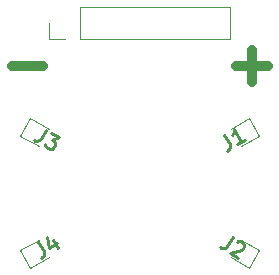
<source format=gbr>
G04 #@! TF.GenerationSoftware,KiCad,Pcbnew,5.1.9-73d0e3b20d~88~ubuntu20.04.1*
G04 #@! TF.CreationDate,2021-03-04T12:30:21+01:00*
G04 #@! TF.ProjectId,sbm-120-uv-mount,73626d2d-3132-4302-9d75-762d6d6f756e,rev?*
G04 #@! TF.SameCoordinates,Original*
G04 #@! TF.FileFunction,Legend,Top*
G04 #@! TF.FilePolarity,Positive*
%FSLAX46Y46*%
G04 Gerber Fmt 4.6, Leading zero omitted, Abs format (unit mm)*
G04 Created by KiCad (PCBNEW 5.1.9-73d0e3b20d~88~ubuntu20.04.1) date 2021-03-04 12:30:21*
%MOMM*%
%LPD*%
G01*
G04 APERTURE LIST*
%ADD10C,0.875000*%
%ADD11C,0.120000*%
%ADD12C,0.100000*%
%ADD13C,0.254000*%
G04 APERTURE END LIST*
D10*
X139166666Y-89250000D02*
X141833333Y-89250000D01*
X158166666Y-89250000D02*
X160833333Y-89250000D01*
X159500000Y-90583333D02*
X159500000Y-87916666D01*
D11*
X157680000Y-86930000D02*
X157680000Y-84270000D01*
X144920000Y-86930000D02*
X157680000Y-86930000D01*
X144920000Y-84270000D02*
X157680000Y-84270000D01*
X144920000Y-86930000D02*
X144920000Y-84270000D01*
X143650000Y-86930000D02*
X142320000Y-86930000D01*
X142320000Y-86930000D02*
X142320000Y-85600000D01*
D12*
X158564230Y-96036122D02*
X160123076Y-95136122D01*
X160123076Y-95136122D02*
X159273076Y-93663878D01*
X159273076Y-93663878D02*
X157714230Y-94563878D01*
X160123076Y-104863878D02*
X158564230Y-103963878D01*
X159273076Y-106336122D02*
X160123076Y-104863878D01*
X157714230Y-105436122D02*
X159273076Y-106336122D01*
X142285770Y-94563878D02*
X140726924Y-93663878D01*
X140726924Y-93663878D02*
X139876924Y-95136122D01*
X139876924Y-95136122D02*
X141435770Y-96036122D01*
X140726924Y-106336122D02*
X142285770Y-105436122D01*
X139876924Y-104863878D02*
X140726924Y-106336122D01*
X141435770Y-103963878D02*
X139876924Y-104863878D01*
D13*
X157165067Y-95059366D02*
X157618638Y-95844975D01*
X157656979Y-96032335D01*
X157612707Y-96197559D01*
X157485823Y-96340647D01*
X157381076Y-96401123D01*
X158899919Y-95524218D02*
X158271432Y-95887076D01*
X158585676Y-95705647D02*
X157950676Y-94605795D01*
X157936642Y-94823393D01*
X157892371Y-94988617D01*
X157817861Y-95101467D01*
X157860543Y-103736033D02*
X157406972Y-104521642D01*
X157263884Y-104648525D01*
X157098660Y-104692797D01*
X156911300Y-104654456D01*
X156806552Y-104593980D01*
X158271432Y-104112923D02*
X158354044Y-104090788D01*
X158489030Y-104098890D01*
X158750900Y-104250080D01*
X158825410Y-104362931D01*
X158847545Y-104445543D01*
X158839443Y-104580528D01*
X158778967Y-104685276D01*
X158635879Y-104812160D01*
X157644535Y-105077790D01*
X158325395Y-105470885D01*
X142101697Y-94636033D02*
X141648126Y-95421642D01*
X141505038Y-95548525D01*
X141339814Y-95592797D01*
X141152454Y-95554456D01*
X141047706Y-95493980D01*
X142520689Y-94877938D02*
X143201549Y-95271033D01*
X142593027Y-95478357D01*
X142750149Y-95569072D01*
X142824659Y-95681922D01*
X142846795Y-95764534D01*
X142838692Y-95899520D01*
X142687502Y-96161389D01*
X142574652Y-96235899D01*
X142492040Y-96258035D01*
X142357054Y-96249933D01*
X142042810Y-96068504D01*
X141968301Y-95955654D01*
X141946165Y-95873042D01*
X141406221Y-104159366D02*
X141859792Y-104944975D01*
X141898133Y-105132335D01*
X141853861Y-105297559D01*
X141726977Y-105440647D01*
X141622230Y-105501123D01*
X142612992Y-103951460D02*
X143036325Y-104684695D01*
X142109218Y-103683659D02*
X142300920Y-104620458D01*
X142981780Y-104227363D01*
M02*

</source>
